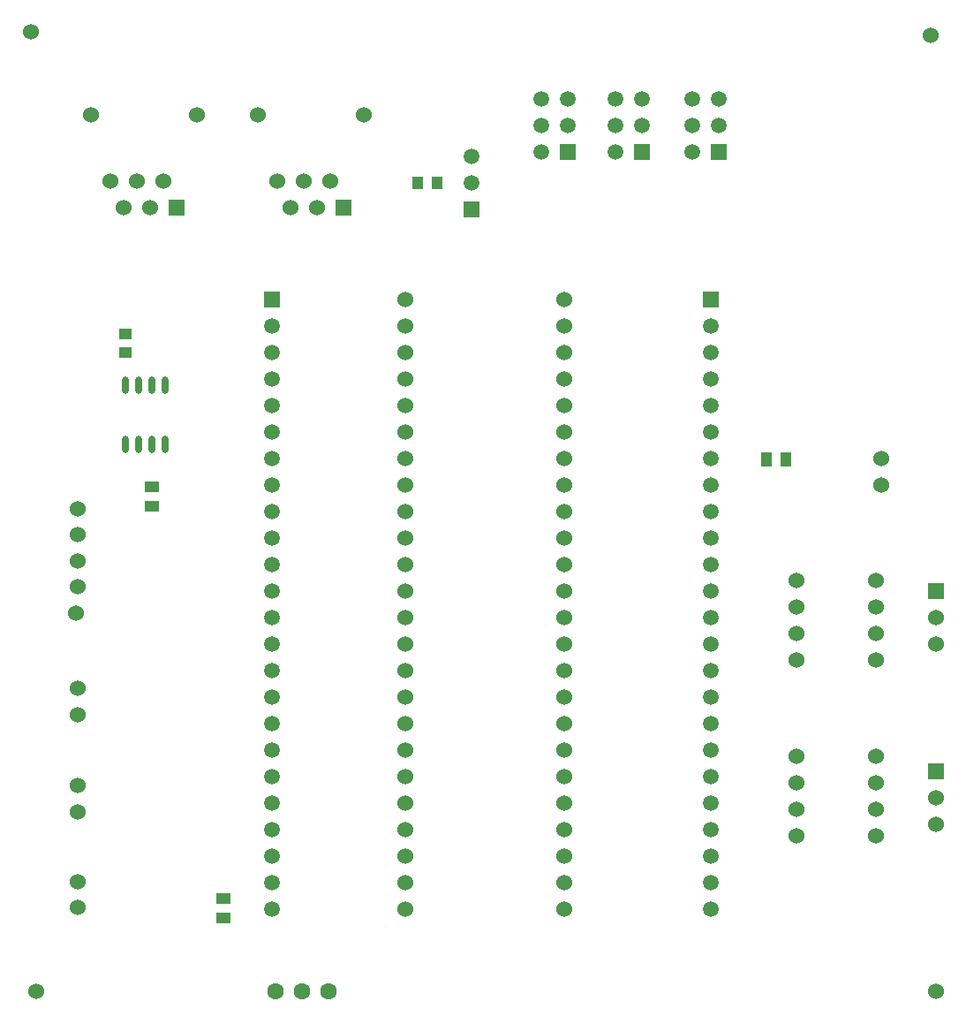
<source format=gbr>
%TF.GenerationSoftware,Altium Limited,Altium Designer,19.1.8 (144)*%
G04 Layer_Color=255*
%FSLAX26Y26*%
%MOIN*%
%TF.FileFunction,Pads,Top*%
%TF.Part,Single*%
G01*
G75*
%TA.AperFunction,SMDPad,CuDef*%
%ADD10R,0.051181X0.041339*%
%ADD11O,0.025591X0.064961*%
%ADD12R,0.055118X0.041339*%
%ADD13R,0.041339X0.051181*%
%ADD14R,0.041339X0.055118*%
%TA.AperFunction,ComponentPad*%
%ADD18C,0.060000*%
%ADD19R,0.060000X0.060000*%
%ADD20C,0.059055*%
%ADD21R,0.059055X0.059055*%
%TA.AperFunction,ViaPad*%
%ADD22C,0.060000*%
%TA.AperFunction,ComponentPad*%
%ADD23R,0.060000X0.060000*%
%ADD24C,0.062992*%
D10*
X470161Y2611244D02*
D03*
Y2538410D02*
D03*
D11*
X620161Y2416575D02*
D03*
X570161D02*
D03*
X520161D02*
D03*
X470161D02*
D03*
X620161Y2194134D02*
D03*
X570161D02*
D03*
X520161D02*
D03*
X470161D02*
D03*
D12*
X570161Y1958583D02*
D03*
Y2031417D02*
D03*
X841181Y478386D02*
D03*
Y405551D02*
D03*
D13*
X1575584Y3178409D02*
D03*
X1648419D02*
D03*
D14*
X2891378Y2137835D02*
D03*
X2964213D02*
D03*
D18*
X1045000Y3185000D02*
D03*
X1145000D02*
D03*
X1245000D02*
D03*
X1095000Y3085000D02*
D03*
X1195000D02*
D03*
X970000Y3435000D02*
D03*
X1370000D02*
D03*
X740000D02*
D03*
X340000D02*
D03*
X565000Y3085000D02*
D03*
X465000D02*
D03*
X615000Y3185000D02*
D03*
X515000D02*
D03*
X415000D02*
D03*
X3326023Y2039984D02*
D03*
Y2138410D02*
D03*
X290000Y1951024D02*
D03*
Y1852598D02*
D03*
Y1754173D02*
D03*
Y1655748D02*
D03*
X286063Y1557323D02*
D03*
X2126614Y1138409D02*
D03*
Y1238409D02*
D03*
Y1338409D02*
D03*
Y2738410D02*
D03*
Y2638410D02*
D03*
Y2538410D02*
D03*
X1526614Y1338409D02*
D03*
X2126614Y1038409D02*
D03*
Y938409D02*
D03*
Y838409D02*
D03*
Y738409D02*
D03*
Y638409D02*
D03*
Y538409D02*
D03*
Y438409D02*
D03*
X1526614D02*
D03*
Y538409D02*
D03*
Y638409D02*
D03*
Y738409D02*
D03*
Y838409D02*
D03*
Y938409D02*
D03*
Y1038409D02*
D03*
Y1138409D02*
D03*
Y1238409D02*
D03*
X2126614Y2438410D02*
D03*
Y2338410D02*
D03*
Y2238410D02*
D03*
Y2138410D02*
D03*
Y2038409D02*
D03*
Y1938409D02*
D03*
Y1838409D02*
D03*
Y1738409D02*
D03*
Y1638409D02*
D03*
Y1538409D02*
D03*
Y1438409D02*
D03*
X1526614D02*
D03*
Y1538409D02*
D03*
Y1638409D02*
D03*
Y1738409D02*
D03*
Y1838409D02*
D03*
Y1938409D02*
D03*
Y2038409D02*
D03*
Y2138410D02*
D03*
Y2238410D02*
D03*
Y2338410D02*
D03*
Y2438410D02*
D03*
Y2538410D02*
D03*
Y2638410D02*
D03*
Y2738410D02*
D03*
X290000Y806501D02*
D03*
Y904926D02*
D03*
X3530000Y760000D02*
D03*
Y860000D02*
D03*
Y1440000D02*
D03*
Y1540000D02*
D03*
X3005000Y1015000D02*
D03*
Y915000D02*
D03*
Y815000D02*
D03*
Y715000D02*
D03*
X3305000D02*
D03*
Y815000D02*
D03*
Y915000D02*
D03*
Y1015000D02*
D03*
X3005000Y1680000D02*
D03*
Y1580000D02*
D03*
Y1480000D02*
D03*
Y1380000D02*
D03*
X3305000D02*
D03*
Y1480000D02*
D03*
Y1580000D02*
D03*
Y1680000D02*
D03*
X290000Y543346D02*
D03*
Y444921D02*
D03*
Y1271693D02*
D03*
Y1173268D02*
D03*
D19*
X1295000Y3085000D02*
D03*
X665000D02*
D03*
D20*
X2040000Y3495000D02*
D03*
X2140000D02*
D03*
X2040000Y3395000D02*
D03*
X2140000D02*
D03*
X2040000Y3295000D02*
D03*
X2682126Y438409D02*
D03*
Y538409D02*
D03*
Y638409D02*
D03*
Y738409D02*
D03*
Y838409D02*
D03*
Y938409D02*
D03*
Y1038409D02*
D03*
Y1138409D02*
D03*
Y1238409D02*
D03*
Y1338409D02*
D03*
Y1438409D02*
D03*
Y1538409D02*
D03*
Y1638409D02*
D03*
Y1738409D02*
D03*
Y1838409D02*
D03*
Y1938409D02*
D03*
Y2038409D02*
D03*
Y2138410D02*
D03*
Y2238410D02*
D03*
Y2338410D02*
D03*
Y2438410D02*
D03*
Y2538410D02*
D03*
Y2638410D02*
D03*
X1024252Y438409D02*
D03*
Y538409D02*
D03*
Y638409D02*
D03*
Y738409D02*
D03*
Y838409D02*
D03*
Y938409D02*
D03*
Y1038409D02*
D03*
Y1138409D02*
D03*
Y1238409D02*
D03*
Y1338409D02*
D03*
Y1438409D02*
D03*
Y1538409D02*
D03*
Y1638409D02*
D03*
Y1738409D02*
D03*
Y1838409D02*
D03*
Y1938409D02*
D03*
Y2038409D02*
D03*
Y2138410D02*
D03*
Y2238410D02*
D03*
Y2338410D02*
D03*
Y2438410D02*
D03*
Y2538410D02*
D03*
Y2638410D02*
D03*
X1776614Y3178408D02*
D03*
Y3278408D02*
D03*
X2610000Y3295000D02*
D03*
X2710000Y3395000D02*
D03*
X2610000D02*
D03*
X2710000Y3495000D02*
D03*
X2610000D02*
D03*
X2320000Y3295000D02*
D03*
X2420000Y3395000D02*
D03*
X2320000D02*
D03*
X2420000Y3495000D02*
D03*
X2320000D02*
D03*
D21*
X2140000Y3295000D02*
D03*
X2682126Y2738410D02*
D03*
X1024252D02*
D03*
X1776614Y3078408D02*
D03*
X2710000Y3295000D02*
D03*
X2420000D02*
D03*
D22*
X3510000Y3735000D02*
D03*
X3529996Y130000D02*
D03*
X135000Y130000D02*
D03*
X115000Y3750000D02*
D03*
D23*
X3530000Y960000D02*
D03*
Y1640000D02*
D03*
D24*
X1038032Y129961D02*
D03*
X1138032D02*
D03*
X1238032D02*
D03*
%TF.MD5,099f8d93c87f4a654806dd8cf5e93e96*%
M02*

</source>
